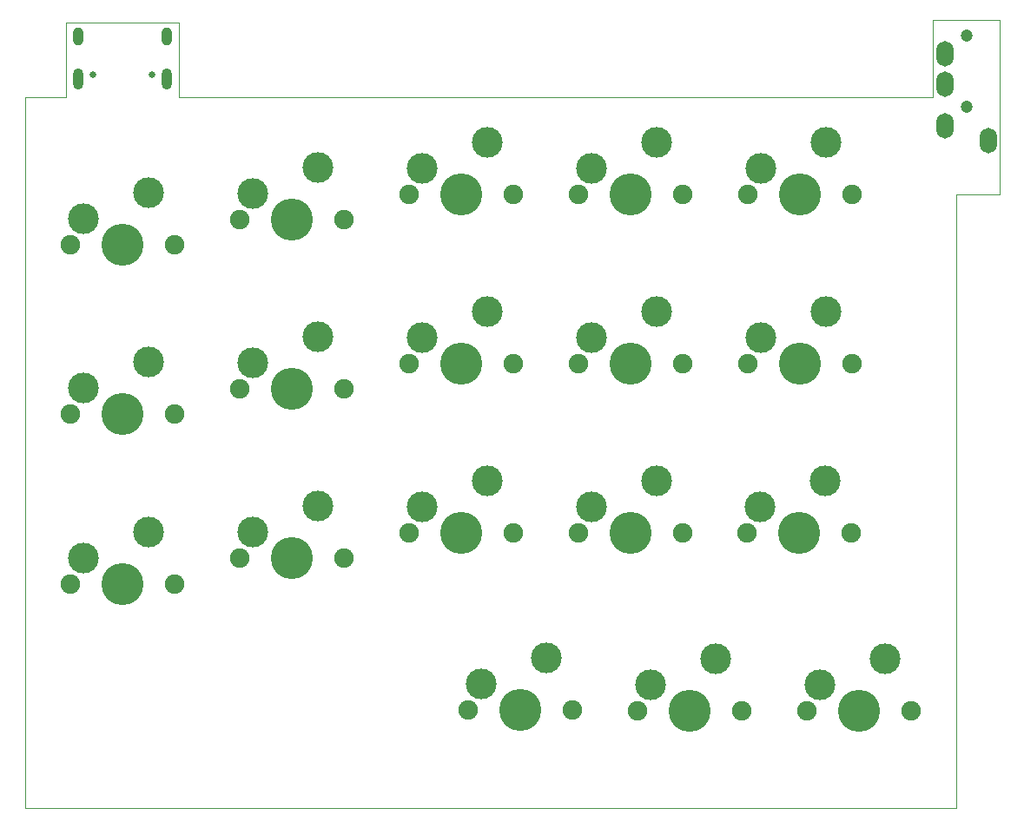
<source format=gts>
%TF.GenerationSoftware,KiCad,Pcbnew,(6.0.6)*%
%TF.CreationDate,2022-12-14T08:04:59+09:00*%
%TF.ProjectId,split-mini__left,73706c69-742d-46d6-996e-695f5f6c6566,rev?*%
%TF.SameCoordinates,Original*%
%TF.FileFunction,Soldermask,Top*%
%TF.FilePolarity,Negative*%
%FSLAX46Y46*%
G04 Gerber Fmt 4.6, Leading zero omitted, Abs format (unit mm)*
G04 Created by KiCad (PCBNEW (6.0.6)) date 2022-12-14 08:04:59*
%MOMM*%
%LPD*%
G01*
G04 APERTURE LIST*
%TA.AperFunction,Profile*%
%ADD10C,0.100000*%
%TD*%
%ADD11C,1.900000*%
%ADD12C,4.100000*%
%ADD13C,3.000000*%
%ADD14C,0.650000*%
%ADD15O,1.000000X1.800000*%
%ADD16O,1.000000X2.100000*%
%ADD17C,1.200000*%
%ADD18O,1.700000X2.500000*%
G04 APERTURE END LIST*
D10*
X108880000Y-20730000D02*
X108880000Y-28230000D01*
X115380000Y-37730000D02*
X115380000Y-20730000D01*
X20380000Y-97555000D02*
X111155000Y-97555000D01*
X24380000Y-28230000D02*
X20380000Y-28230000D01*
X35380000Y-28230000D02*
X35380000Y-20930000D01*
X115380000Y-37730000D02*
X111155000Y-37730000D01*
X111155000Y-97555000D02*
X111155000Y-37730000D01*
X35380000Y-20930000D02*
X24380000Y-20930000D01*
X115380000Y-20730000D02*
X108880000Y-20730000D01*
X20380000Y-28230000D02*
X20380000Y-97555000D01*
X108880000Y-28230000D02*
X35380000Y-28230000D01*
X24380000Y-20930000D02*
X24380000Y-28230000D01*
D11*
%TO.C,SW15*%
X100960000Y-70730000D03*
D12*
X95880000Y-70730000D03*
D13*
X92070000Y-68190000D03*
D11*
X90800000Y-70730000D03*
D13*
X98420000Y-65650000D03*
%TD*%
D11*
%TO.C,SW7*%
X41300000Y-56720000D03*
X51460000Y-56720000D03*
D13*
X48920000Y-51640000D03*
D12*
X46380000Y-56720000D03*
D13*
X42570000Y-54180000D03*
%TD*%
D11*
%TO.C,SW3*%
X57830000Y-37720000D03*
D13*
X59100000Y-35180000D03*
D12*
X62910000Y-37720000D03*
D13*
X65450000Y-32640000D03*
D11*
X67990000Y-37720000D03*
%TD*%
D13*
%TO.C,SW6*%
X32410000Y-54090000D03*
D11*
X24790000Y-59170000D03*
D12*
X29870000Y-59170000D03*
D11*
X34950000Y-59170000D03*
D13*
X26060000Y-56630000D03*
%TD*%
%TO.C,SW17*%
X87690000Y-82990000D03*
D11*
X80070000Y-88070000D03*
D12*
X85150000Y-88070000D03*
D13*
X81340000Y-85530000D03*
D11*
X90230000Y-88070000D03*
%TD*%
D13*
%TO.C,SW14*%
X81930000Y-65640000D03*
X75580000Y-68180000D03*
D12*
X79390000Y-70720000D03*
D11*
X84470000Y-70720000D03*
X74310000Y-70720000D03*
%TD*%
D13*
%TO.C,SW9*%
X75580000Y-51690000D03*
D12*
X79390000Y-54230000D03*
D13*
X81930000Y-49150000D03*
D11*
X84470000Y-54230000D03*
X74310000Y-54230000D03*
%TD*%
D13*
%TO.C,SW8*%
X59080000Y-51690000D03*
D11*
X57810000Y-54230000D03*
D12*
X62890000Y-54230000D03*
D13*
X65430000Y-49150000D03*
D11*
X67970000Y-54230000D03*
%TD*%
%TO.C,SW10*%
X100970000Y-54230000D03*
D12*
X95890000Y-54230000D03*
D11*
X90810000Y-54230000D03*
D13*
X92080000Y-51690000D03*
X98430000Y-49150000D03*
%TD*%
D12*
%TO.C,SW11*%
X29900000Y-75720000D03*
D13*
X26090000Y-73180000D03*
D11*
X34980000Y-75720000D03*
D13*
X32440000Y-70640000D03*
D11*
X24820000Y-75720000D03*
%TD*%
%TO.C,SW1*%
X24810000Y-42640000D03*
X34970000Y-42640000D03*
D13*
X26080000Y-40100000D03*
X32430000Y-37560000D03*
D12*
X29890000Y-42640000D03*
%TD*%
D13*
%TO.C,SW12*%
X42570000Y-70680000D03*
D11*
X51460000Y-73220000D03*
D13*
X48920000Y-68140000D03*
D11*
X41300000Y-73220000D03*
D12*
X46380000Y-73220000D03*
%TD*%
D11*
%TO.C,SW5*%
X100990000Y-37700000D03*
X90830000Y-37700000D03*
D13*
X98450000Y-32620000D03*
X92100000Y-35160000D03*
D12*
X95910000Y-37700000D03*
%TD*%
D11*
%TO.C,SW2*%
X41310000Y-40190000D03*
D12*
X46390000Y-40190000D03*
D13*
X48930000Y-35110000D03*
X42580000Y-37650000D03*
D11*
X51470000Y-40190000D03*
%TD*%
%TO.C,SW13*%
X67990000Y-70750000D03*
X57830000Y-70750000D03*
D13*
X59100000Y-68210000D03*
X65450000Y-65670000D03*
D12*
X62910000Y-70750000D03*
%TD*%
D11*
%TO.C,SW16*%
X63580000Y-88050000D03*
D13*
X71200000Y-82970000D03*
D11*
X73740000Y-88050000D03*
D13*
X64850000Y-85510000D03*
D12*
X68660000Y-88050000D03*
%TD*%
%TO.C,SW4*%
X79420000Y-37720000D03*
D11*
X84500000Y-37720000D03*
X74340000Y-37720000D03*
D13*
X75610000Y-35180000D03*
X81960000Y-32640000D03*
%TD*%
D11*
%TO.C,SW18*%
X96590000Y-88060000D03*
D13*
X104210000Y-82980000D03*
X97860000Y-85520000D03*
D11*
X106750000Y-88060000D03*
D12*
X101670000Y-88060000D03*
%TD*%
D14*
%TO.C,J1*%
X27000000Y-26000000D03*
X32780000Y-26000000D03*
D15*
X34210000Y-22320000D03*
D16*
X25570000Y-26500000D03*
X34210000Y-26500000D03*
D15*
X25570000Y-22320000D03*
%TD*%
D17*
%TO.C,J2*%
X112200000Y-29200000D03*
X112200000Y-22200000D03*
D18*
X114300000Y-32500000D03*
X110100000Y-24000000D03*
X110100000Y-27000000D03*
X110100000Y-31000000D03*
%TD*%
M02*

</source>
